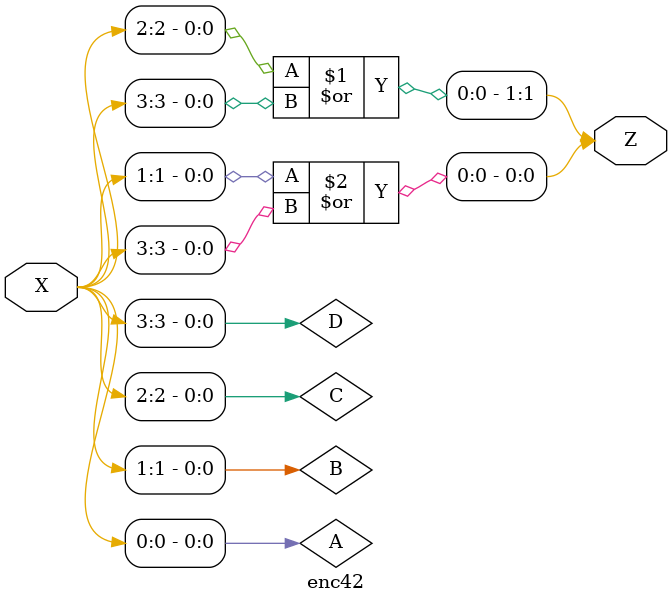
<source format=sv>
module enc42(
input logic [3:0] X, //taking in 4 bits to encode into a 2 bit output 
output logic [1:0] Z //a two bit value that is encoded from X 
);

logic A,B,C,D; //variables in which switches are assigned 


assign A = X[0]; //00
assign B = X[1]; //01
assign C = X[2]; //10
assign D = X[3]; //11

assign Z[1] = (C | D); //Most significant bit logic 
assign Z[0] = (B | D); //Least significant bit logic 


endmodule





</source>
